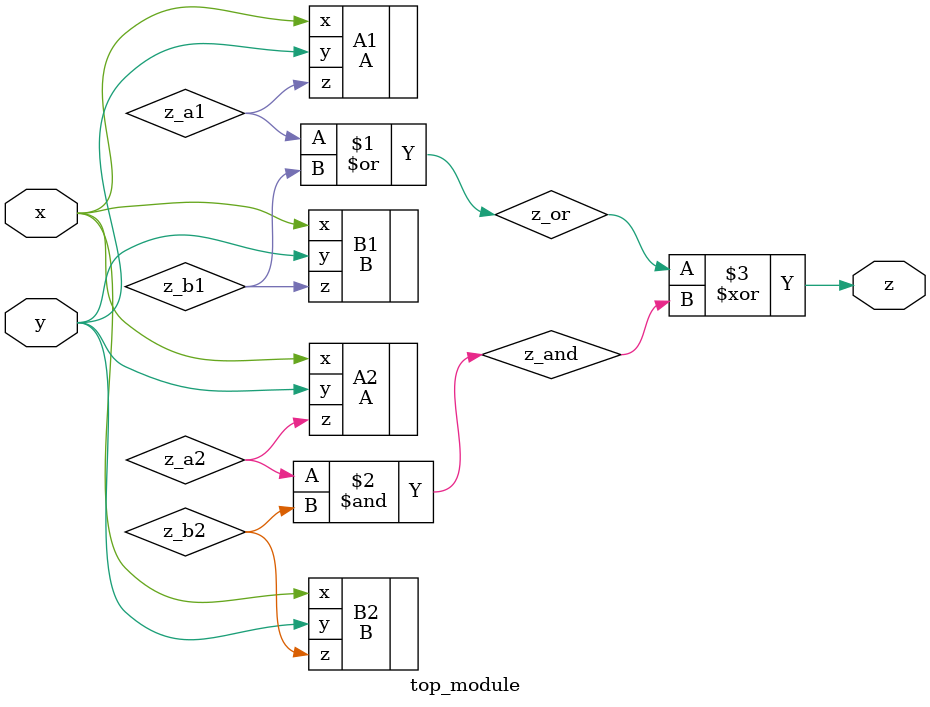
<source format=sv>
module top_module(
    input x,
    input y,
    output z
);
    
    // Define wires for submodule outputs
    wire z_a1, z_a2, z_b1, z_b2;
    
    // Define instances of submodule A
    A A1(.x(x), .y(y), .z(z_a1));
    A A2(.x(x), .y(y), .z(z_a2));
    
    // Define instances of submodule B
    B B1(.x(x), .y(y), .z(z_b1));
    B B2(.x(x), .y(y), .z(z_b2));
    
    // Define OR gate
    wire z_or;
    assign z_or = z_a1 | z_b1;
    
    // Define AND gate
    wire z_and;
    assign z_and = z_a2 & z_b2;
    
    // Define XOR gate
    assign z = z_or ^ z_and;

endmodule

</source>
